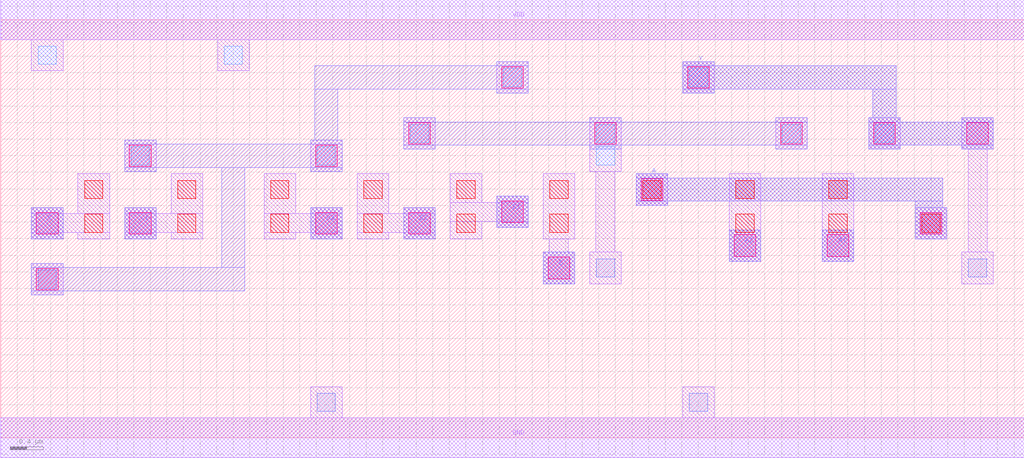
<source format=lef>
MACRO AAAOI333
 CLASS CORE ;
 FOREIGN AAAOI333 0 0 ;
 SIZE 12.32 BY 5.04 ;
 ORIGIN 0 0 ;
 SYMMETRY X Y R90 ;
 SITE unit ;
  PIN VDD
   DIRECTION INOUT ;
   USE POWER ;
   SHAPE ABUTMENT ;
    PORT
     CLASS CORE ;
       LAYER met1 ;
        RECT 0.00000000 4.80000000 12.32000000 5.28000000 ;
    END
  END VDD

  PIN GND
   DIRECTION INOUT ;
   USE POWER ;
   SHAPE ABUTMENT ;
    PORT
     CLASS CORE ;
       LAYER met1 ;
        RECT 0.00000000 -0.24000000 12.32000000 0.24000000 ;
    END
  END GND

  PIN Y
   DIRECTION INOUT ;
   USE SIGNAL ;
   SHAPE ABUTMENT ;
    PORT
     CLASS CORE ;
       LAYER met2 ;
        RECT 10.45000000 3.47700000 10.83000000 3.52700000 ;
        RECT 11.57000000 3.47700000 11.95000000 3.52700000 ;
        RECT 10.45000000 3.52700000 11.95000000 3.80700000 ;
        RECT 10.45000000 3.80700000 10.83000000 3.85700000 ;
        RECT 11.57000000 3.80700000 11.95000000 3.85700000 ;
        RECT 8.21000000 4.15200000 8.59000000 4.20200000 ;
        RECT 10.50000000 3.85700000 10.78000000 4.20200000 ;
        RECT 8.21000000 4.20200000 10.78000000 4.48200000 ;
        RECT 8.21000000 4.48200000 8.59000000 4.53200000 ;
    END
  END Y

  PIN A1
   DIRECTION INOUT ;
   USE SIGNAL ;
   SHAPE ABUTMENT ;
    PORT
     CLASS CORE ;
       LAYER met2 ;
        RECT 9.89000000 2.12700000 10.27000000 2.50700000 ;
    END
  END A1

  PIN C
   DIRECTION INOUT ;
   USE SIGNAL ;
   SHAPE ABUTMENT ;
    PORT
     CLASS CORE ;
       LAYER met2 ;
        RECT 0.37000000 2.39700000 0.75000000 2.77700000 ;
    END
  END C

  PIN A2
   DIRECTION INOUT ;
   USE SIGNAL ;
   SHAPE ABUTMENT ;
    PORT
     CLASS CORE ;
       LAYER met2 ;
        RECT 8.77000000 2.12700000 9.15000000 2.50700000 ;
    END
  END A2

  PIN B1
   DIRECTION INOUT ;
   USE SIGNAL ;
   SHAPE ABUTMENT ;
    PORT
     CLASS CORE ;
       LAYER met2 ;
        RECT 5.97000000 2.53200000 6.35000000 2.91200000 ;
    END
  END B1

  PIN B
   DIRECTION INOUT ;
   USE SIGNAL ;
   SHAPE ABUTMENT ;
    PORT
     CLASS CORE ;
       LAYER met2 ;
        RECT 6.53000000 1.85700000 6.91000000 2.23700000 ;
    END
  END B

  PIN B2
   DIRECTION INOUT ;
   USE SIGNAL ;
   SHAPE ABUTMENT ;
    PORT
     CLASS CORE ;
       LAYER met2 ;
        RECT 4.85000000 2.39700000 5.23000000 2.77700000 ;
    END
  END B2

  PIN C2
   DIRECTION INOUT ;
   USE SIGNAL ;
   SHAPE ABUTMENT ;
    PORT
     CLASS CORE ;
       LAYER met2 ;
        RECT 3.73000000 2.39700000 4.11000000 2.77700000 ;
    END
  END C2

  PIN A
   DIRECTION INOUT ;
   USE SIGNAL ;
   SHAPE ABUTMENT ;
    PORT
     CLASS CORE ;
       LAYER met2 ;
        RECT 11.01000000 2.39700000 11.39000000 2.77700000 ;
        RECT 7.65000000 2.80200000 8.03000000 2.85200000 ;
        RECT 11.01000000 2.77700000 11.34000000 2.85200000 ;
        RECT 7.65000000 2.85200000 11.34000000 3.13200000 ;
        RECT 7.65000000 3.13200000 8.03000000 3.18200000 ;
    END
  END A

  PIN C1
   DIRECTION INOUT ;
   USE SIGNAL ;
   SHAPE ABUTMENT ;
    PORT
     CLASS CORE ;
       LAYER met2 ;
        RECT 1.49000000 2.39700000 1.87000000 2.77700000 ;
    END
  END C1

 OBS
    LAYER polycont ;
     RECT 1.01000000 2.47700000 1.23000000 2.69700000 ;
     RECT 2.13000000 2.47700000 2.35000000 2.69700000 ;
     RECT 3.25000000 2.47700000 3.47000000 2.69700000 ;
     RECT 4.37000000 2.47700000 4.59000000 2.69700000 ;
     RECT 5.49000000 2.47700000 5.71000000 2.69700000 ;
     RECT 6.61000000 2.47700000 6.83000000 2.69700000 ;
     RECT 8.85000000 2.47700000 9.07000000 2.69700000 ;
     RECT 9.97000000 2.47700000 10.19000000 2.69700000 ;
     RECT 11.09000000 2.47700000 11.31000000 2.69700000 ;
     RECT 1.01000000 2.88200000 1.23000000 3.10200000 ;
     RECT 2.13000000 2.88200000 2.35000000 3.10200000 ;
     RECT 3.25000000 2.88200000 3.47000000 3.10200000 ;
     RECT 4.37000000 2.88200000 4.59000000 3.10200000 ;
     RECT 5.49000000 2.88200000 5.71000000 3.10200000 ;
     RECT 6.61000000 2.88200000 6.83000000 3.10200000 ;
     RECT 7.73000000 2.88200000 7.95000000 3.10200000 ;
     RECT 8.85000000 2.88200000 9.07000000 3.10200000 ;
     RECT 9.97000000 2.88200000 10.19000000 3.10200000 ;

    LAYER pdiffc ;
     RECT 1.57000000 3.28700000 1.79000000 3.50700000 ;
     RECT 3.81000000 3.28700000 4.03000000 3.50700000 ;
     RECT 7.17000000 3.28700000 7.39000000 3.50700000 ;
     RECT 4.93000000 3.55700000 5.15000000 3.77700000 ;
     RECT 7.17000000 3.55700000 7.39000000 3.77700000 ;
     RECT 9.41000000 3.55700000 9.63000000 3.77700000 ;
     RECT 10.53000000 3.55700000 10.75000000 3.77700000 ;
     RECT 6.05000000 4.23200000 6.27000000 4.45200000 ;
     RECT 8.29000000 4.23200000 8.51000000 4.45200000 ;
     RECT 0.45000000 4.50200000 0.67000000 4.72200000 ;
     RECT 2.69000000 4.50200000 2.91000000 4.72200000 ;

    LAYER ndiffc ;
     RECT 3.81000000 0.31700000 4.03000000 0.53700000 ;
     RECT 8.29000000 0.31700000 8.51000000 0.53700000 ;
     RECT 0.45000000 1.80200000 0.67000000 2.02200000 ;
     RECT 7.17000000 1.93700000 7.39000000 2.15700000 ;
     RECT 11.65000000 1.93700000 11.87000000 2.15700000 ;

    LAYER met1 ;
     RECT 0.00000000 -0.24000000 12.32000000 0.24000000 ;
     RECT 3.73000000 0.24000000 4.11000000 0.61700000 ;
     RECT 8.21000000 0.24000000 8.59000000 0.61700000 ;
     RECT 0.37000000 1.72200000 0.75000000 2.10200000 ;
     RECT 11.01000000 2.39700000 11.39000000 2.77700000 ;
     RECT 0.37000000 2.39700000 0.75000000 2.47200000 ;
     RECT 0.93000000 2.39700000 1.31000000 2.47200000 ;
     RECT 0.37000000 2.47200000 1.31000000 2.70200000 ;
     RECT 0.37000000 2.70200000 0.75000000 2.77700000 ;
     RECT 0.93000000 2.70200000 1.31000000 3.18200000 ;
     RECT 1.49000000 2.39700000 1.87000000 2.47200000 ;
     RECT 2.05000000 2.39700000 2.43000000 2.47200000 ;
     RECT 1.49000000 2.47200000 2.43000000 2.70200000 ;
     RECT 1.49000000 2.70200000 1.87000000 2.77700000 ;
     RECT 2.05000000 2.70200000 2.43000000 3.18200000 ;
     RECT 3.17000000 2.39700000 3.55000000 2.47200000 ;
     RECT 3.73000000 2.39700000 4.11000000 2.47200000 ;
     RECT 3.17000000 2.47200000 4.11000000 2.70200000 ;
     RECT 3.73000000 2.70200000 4.11000000 2.77700000 ;
     RECT 3.17000000 2.70200000 3.55000000 3.18200000 ;
     RECT 4.29000000 2.39700000 4.67000000 2.47200000 ;
     RECT 4.85000000 2.39700000 5.23000000 2.47200000 ;
     RECT 4.29000000 2.47200000 5.23000000 2.70200000 ;
     RECT 4.85000000 2.70200000 5.23000000 2.77700000 ;
     RECT 4.29000000 2.70200000 4.67000000 3.18200000 ;
     RECT 5.41000000 2.39700000 5.79000000 2.60700000 ;
     RECT 5.97000000 2.53200000 6.35000000 2.60700000 ;
     RECT 5.41000000 2.60700000 6.35000000 2.83700000 ;
     RECT 5.97000000 2.83700000 6.35000000 2.91200000 ;
     RECT 5.41000000 2.83700000 5.79000000 3.18200000 ;
     RECT 6.53000000 1.85700000 6.91000000 2.23700000 ;
     RECT 6.60500000 2.23700000 6.83500000 2.39700000 ;
     RECT 6.53000000 2.39700000 6.91000000 3.18200000 ;
     RECT 7.65000000 2.80200000 8.03000000 3.18200000 ;
     RECT 8.77000000 2.12700000 9.15000000 3.18200000 ;
     RECT 9.89000000 2.12700000 10.27000000 3.18200000 ;
     RECT 1.49000000 3.20700000 1.87000000 3.58700000 ;
     RECT 3.73000000 3.20700000 4.11000000 3.58700000 ;
     RECT 4.85000000 3.47700000 5.23000000 3.85700000 ;
     RECT 7.09000000 1.85700000 7.47000000 2.23700000 ;
     RECT 7.16500000 2.23700000 7.39500000 3.20700000 ;
     RECT 7.09000000 3.20700000 7.47000000 3.85700000 ;
     RECT 9.33000000 3.47700000 9.71000000 3.85700000 ;
     RECT 10.45000000 3.47700000 10.83000000 3.85700000 ;
     RECT 11.57000000 1.85700000 11.95000000 2.23700000 ;
     RECT 11.64500000 2.23700000 11.87500000 3.47700000 ;
     RECT 11.57000000 3.47700000 11.95000000 3.85700000 ;
     RECT 5.97000000 4.15200000 6.35000000 4.53200000 ;
     RECT 8.21000000 4.15200000 8.59000000 4.53200000 ;
     RECT 0.37000000 4.42200000 0.75000000 4.80000000 ;
     RECT 2.61000000 4.42200000 2.99000000 4.80000000 ;
     RECT 0.00000000 4.80000000 12.32000000 5.28000000 ;

    LAYER via1 ;
     RECT 0.43000000 1.78200000 0.69000000 2.04200000 ;
     RECT 6.59000000 1.91700000 6.85000000 2.17700000 ;
     RECT 8.83000000 2.18700000 9.09000000 2.44700000 ;
     RECT 9.95000000 2.18700000 10.21000000 2.44700000 ;
     RECT 0.43000000 2.45700000 0.69000000 2.71700000 ;
     RECT 1.55000000 2.45700000 1.81000000 2.71700000 ;
     RECT 3.79000000 2.45700000 4.05000000 2.71700000 ;
     RECT 4.91000000 2.45700000 5.17000000 2.71700000 ;
     RECT 11.07000000 2.45700000 11.33000000 2.71700000 ;
     RECT 6.03000000 2.59200000 6.29000000 2.85200000 ;
     RECT 7.71000000 2.86200000 7.97000000 3.12200000 ;
     RECT 1.55000000 3.26700000 1.81000000 3.52700000 ;
     RECT 3.79000000 3.26700000 4.05000000 3.52700000 ;
     RECT 4.91000000 3.53700000 5.17000000 3.79700000 ;
     RECT 7.15000000 3.53700000 7.41000000 3.79700000 ;
     RECT 9.39000000 3.53700000 9.65000000 3.79700000 ;
     RECT 10.51000000 3.53700000 10.77000000 3.79700000 ;
     RECT 11.63000000 3.53700000 11.89000000 3.79700000 ;
     RECT 6.03000000 4.21200000 6.29000000 4.47200000 ;
     RECT 8.27000000 4.21200000 8.53000000 4.47200000 ;

    LAYER met2 ;
     RECT 6.53000000 1.85700000 6.91000000 2.23700000 ;
     RECT 8.77000000 2.12700000 9.15000000 2.50700000 ;
     RECT 9.89000000 2.12700000 10.27000000 2.50700000 ;
     RECT 0.37000000 2.39700000 0.75000000 2.77700000 ;
     RECT 1.49000000 2.39700000 1.87000000 2.77700000 ;
     RECT 3.73000000 2.39700000 4.11000000 2.77700000 ;
     RECT 4.85000000 2.39700000 5.23000000 2.77700000 ;
     RECT 5.97000000 2.53200000 6.35000000 2.91200000 ;
     RECT 11.01000000 2.39700000 11.39000000 2.77700000 ;
     RECT 7.65000000 2.80200000 8.03000000 2.85200000 ;
     RECT 11.01000000 2.77700000 11.34000000 2.85200000 ;
     RECT 7.65000000 2.85200000 11.34000000 3.13200000 ;
     RECT 7.65000000 3.13200000 8.03000000 3.18200000 ;
     RECT 4.85000000 3.47700000 5.23000000 3.52700000 ;
     RECT 7.09000000 3.47700000 7.47000000 3.52700000 ;
     RECT 9.33000000 3.47700000 9.71000000 3.52700000 ;
     RECT 4.85000000 3.52700000 9.71000000 3.80700000 ;
     RECT 4.85000000 3.80700000 5.23000000 3.85700000 ;
     RECT 7.09000000 3.80700000 7.47000000 3.85700000 ;
     RECT 9.33000000 3.80700000 9.71000000 3.85700000 ;
     RECT 0.37000000 1.72200000 0.75000000 1.77200000 ;
     RECT 0.37000000 1.77200000 2.94000000 2.05200000 ;
     RECT 0.37000000 2.05200000 0.75000000 2.10200000 ;
     RECT 1.49000000 3.20700000 1.87000000 3.25700000 ;
     RECT 2.66000000 2.05200000 2.94000000 3.25700000 ;
     RECT 3.73000000 3.20700000 4.11000000 3.25700000 ;
     RECT 1.49000000 3.25700000 4.11000000 3.53700000 ;
     RECT 1.49000000 3.53700000 1.87000000 3.58700000 ;
     RECT 3.73000000 3.53700000 4.11000000 3.58700000 ;
     RECT 3.78000000 3.58700000 4.06000000 4.20200000 ;
     RECT 5.97000000 4.15200000 6.35000000 4.20200000 ;
     RECT 3.78000000 4.20200000 6.35000000 4.48200000 ;
     RECT 5.97000000 4.48200000 6.35000000 4.53200000 ;
     RECT 10.45000000 3.47700000 10.83000000 3.52700000 ;
     RECT 11.57000000 3.47700000 11.95000000 3.52700000 ;
     RECT 10.45000000 3.52700000 11.95000000 3.80700000 ;
     RECT 10.45000000 3.80700000 10.83000000 3.85700000 ;
     RECT 11.57000000 3.80700000 11.95000000 3.85700000 ;
     RECT 8.21000000 4.15200000 8.59000000 4.20200000 ;
     RECT 10.50000000 3.85700000 10.78000000 4.20200000 ;
     RECT 8.21000000 4.20200000 10.78000000 4.48200000 ;
     RECT 8.21000000 4.48200000 8.59000000 4.53200000 ;

 END
END AAAOI333

</source>
